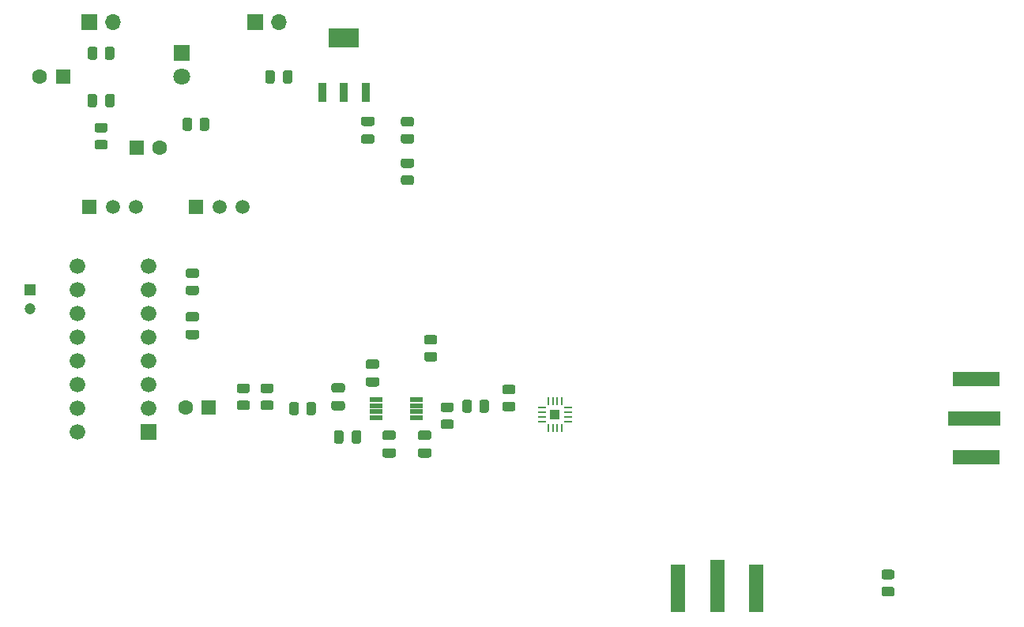
<source format=gbr>
%TF.GenerationSoftware,KiCad,Pcbnew,(5.1.8)-1*%
%TF.CreationDate,2021-03-17T23:27:18-07:00*%
%TF.ProjectId,coffee-vivaldi-tx,636f6666-6565-42d7-9669-76616c64692d,rev?*%
%TF.SameCoordinates,Original*%
%TF.FileFunction,Soldermask,Top*%
%TF.FilePolarity,Negative*%
%FSLAX46Y46*%
G04 Gerber Fmt 4.6, Leading zero omitted, Abs format (unit mm)*
G04 Created by KiCad (PCBNEW (5.1.8)-1) date 2021-03-17 23:27:18*
%MOMM*%
%LPD*%
G01*
G04 APERTURE LIST*
%ADD10C,1.676400*%
%ADD11R,1.676400X1.676400*%
%ADD12C,1.508000*%
%ADD13R,1.508000X1.508000*%
%ADD14R,1.420000X0.470000*%
%ADD15R,1.100000X1.100000*%
%ADD16R,0.840000X0.270000*%
%ADD17R,0.270000X0.840000*%
%ADD18R,1.600000X2.500000*%
%ADD19R,1.500000X5.600000*%
%ADD20R,2.500000X1.600000*%
%ADD21R,5.600000X1.500000*%
%ADD22O,1.700000X1.700000*%
%ADD23R,1.700000X1.700000*%
%ADD24R,1.800000X1.800000*%
%ADD25C,1.800000*%
%ADD26R,0.950000X2.150000*%
%ADD27R,3.250000X2.150000*%
%ADD28R,1.600000X1.600000*%
%ADD29C,1.600000*%
%ADD30R,1.200000X1.200000*%
%ADD31C,1.200000*%
G04 APERTURE END LIST*
%TO.C,C1*%
G36*
G01*
X140495000Y-103706000D02*
X141445000Y-103706000D01*
G75*
G02*
X141695000Y-103956000I0J-250000D01*
G01*
X141695000Y-104456000D01*
G75*
G02*
X141445000Y-104706000I-250000J0D01*
G01*
X140495000Y-104706000D01*
G75*
G02*
X140245000Y-104456000I0J250000D01*
G01*
X140245000Y-103956000D01*
G75*
G02*
X140495000Y-103706000I250000J0D01*
G01*
G37*
G36*
G01*
X140495000Y-105606000D02*
X141445000Y-105606000D01*
G75*
G02*
X141695000Y-105856000I0J-250000D01*
G01*
X141695000Y-106356000D01*
G75*
G02*
X141445000Y-106606000I-250000J0D01*
G01*
X140495000Y-106606000D01*
G75*
G02*
X140245000Y-106356000I0J250000D01*
G01*
X140245000Y-105856000D01*
G75*
G02*
X140495000Y-105606000I250000J0D01*
G01*
G37*
%TD*%
%TO.C,C2*%
G36*
G01*
X136070000Y-70391000D02*
X136070000Y-71341000D01*
G75*
G02*
X135820000Y-71591000I-250000J0D01*
G01*
X135320000Y-71591000D01*
G75*
G02*
X135070000Y-71341000I0J250000D01*
G01*
X135070000Y-70391000D01*
G75*
G02*
X135320000Y-70141000I250000J0D01*
G01*
X135820000Y-70141000D01*
G75*
G02*
X136070000Y-70391000I0J-250000D01*
G01*
G37*
G36*
G01*
X134170000Y-70391000D02*
X134170000Y-71341000D01*
G75*
G02*
X133920000Y-71591000I-250000J0D01*
G01*
X133420000Y-71591000D01*
G75*
G02*
X133170000Y-71341000I0J250000D01*
G01*
X133170000Y-70391000D01*
G75*
G02*
X133420000Y-70141000I250000J0D01*
G01*
X133920000Y-70141000D01*
G75*
G02*
X134170000Y-70391000I0J-250000D01*
G01*
G37*
%TD*%
%TO.C,C3*%
G36*
G01*
X143670000Y-75131000D02*
X144620000Y-75131000D01*
G75*
G02*
X144870000Y-75381000I0J-250000D01*
G01*
X144870000Y-75881000D01*
G75*
G02*
X144620000Y-76131000I-250000J0D01*
G01*
X143670000Y-76131000D01*
G75*
G02*
X143420000Y-75881000I0J250000D01*
G01*
X143420000Y-75381000D01*
G75*
G02*
X143670000Y-75131000I250000J0D01*
G01*
G37*
G36*
G01*
X143670000Y-77031000D02*
X144620000Y-77031000D01*
G75*
G02*
X144870000Y-77281000I0J-250000D01*
G01*
X144870000Y-77781000D01*
G75*
G02*
X144620000Y-78031000I-250000J0D01*
G01*
X143670000Y-78031000D01*
G75*
G02*
X143420000Y-77781000I0J250000D01*
G01*
X143420000Y-77281000D01*
G75*
G02*
X143670000Y-77031000I250000J0D01*
G01*
G37*
%TD*%
%TO.C,C4*%
G36*
G01*
X142436000Y-109949000D02*
X142436000Y-108999000D01*
G75*
G02*
X142686000Y-108749000I250000J0D01*
G01*
X143186000Y-108749000D01*
G75*
G02*
X143436000Y-108999000I0J-250000D01*
G01*
X143436000Y-109949000D01*
G75*
G02*
X143186000Y-110199000I-250000J0D01*
G01*
X142686000Y-110199000D01*
G75*
G02*
X142436000Y-109949000I0J250000D01*
G01*
G37*
G36*
G01*
X140536000Y-109949000D02*
X140536000Y-108999000D01*
G75*
G02*
X140786000Y-108749000I250000J0D01*
G01*
X141286000Y-108749000D01*
G75*
G02*
X141536000Y-108999000I0J-250000D01*
G01*
X141536000Y-109949000D01*
G75*
G02*
X141286000Y-110199000I-250000J0D01*
G01*
X140786000Y-110199000D01*
G75*
G02*
X140536000Y-109949000I0J250000D01*
G01*
G37*
%TD*%
%TO.C,C6*%
G36*
G01*
X145128000Y-102166000D02*
X144178000Y-102166000D01*
G75*
G02*
X143928000Y-101916000I0J250000D01*
G01*
X143928000Y-101416000D01*
G75*
G02*
X144178000Y-101166000I250000J0D01*
G01*
X145128000Y-101166000D01*
G75*
G02*
X145378000Y-101416000I0J-250000D01*
G01*
X145378000Y-101916000D01*
G75*
G02*
X145128000Y-102166000I-250000J0D01*
G01*
G37*
G36*
G01*
X145128000Y-104066000D02*
X144178000Y-104066000D01*
G75*
G02*
X143928000Y-103816000I0J250000D01*
G01*
X143928000Y-103316000D01*
G75*
G02*
X144178000Y-103066000I250000J0D01*
G01*
X145128000Y-103066000D01*
G75*
G02*
X145378000Y-103316000I0J-250000D01*
G01*
X145378000Y-103816000D01*
G75*
G02*
X145128000Y-104066000I-250000J0D01*
G01*
G37*
%TD*%
%TO.C,C9*%
G36*
G01*
X124874000Y-96086000D02*
X125824000Y-96086000D01*
G75*
G02*
X126074000Y-96336000I0J-250000D01*
G01*
X126074000Y-96836000D01*
G75*
G02*
X125824000Y-97086000I-250000J0D01*
G01*
X124874000Y-97086000D01*
G75*
G02*
X124624000Y-96836000I0J250000D01*
G01*
X124624000Y-96336000D01*
G75*
G02*
X124874000Y-96086000I250000J0D01*
G01*
G37*
G36*
G01*
X124874000Y-97986000D02*
X125824000Y-97986000D01*
G75*
G02*
X126074000Y-98236000I0J-250000D01*
G01*
X126074000Y-98736000D01*
G75*
G02*
X125824000Y-98986000I-250000J0D01*
G01*
X124874000Y-98986000D01*
G75*
G02*
X124624000Y-98736000I0J250000D01*
G01*
X124624000Y-98236000D01*
G75*
G02*
X124874000Y-97986000I250000J0D01*
G01*
G37*
%TD*%
%TO.C,C10*%
G36*
G01*
X115120000Y-72931000D02*
X115120000Y-73881000D01*
G75*
G02*
X114870000Y-74131000I-250000J0D01*
G01*
X114370000Y-74131000D01*
G75*
G02*
X114120000Y-73881000I0J250000D01*
G01*
X114120000Y-72931000D01*
G75*
G02*
X114370000Y-72681000I250000J0D01*
G01*
X114870000Y-72681000D01*
G75*
G02*
X115120000Y-72931000I0J-250000D01*
G01*
G37*
G36*
G01*
X117020000Y-72931000D02*
X117020000Y-73881000D01*
G75*
G02*
X116770000Y-74131000I-250000J0D01*
G01*
X116270000Y-74131000D01*
G75*
G02*
X116020000Y-73881000I0J250000D01*
G01*
X116020000Y-72931000D01*
G75*
G02*
X116270000Y-72681000I250000J0D01*
G01*
X116770000Y-72681000D01*
G75*
G02*
X117020000Y-72931000I0J-250000D01*
G01*
G37*
%TD*%
%TO.C,C11*%
G36*
G01*
X150716000Y-111686000D02*
X149766000Y-111686000D01*
G75*
G02*
X149516000Y-111436000I0J250000D01*
G01*
X149516000Y-110936000D01*
G75*
G02*
X149766000Y-110686000I250000J0D01*
G01*
X150716000Y-110686000D01*
G75*
G02*
X150966000Y-110936000I0J-250000D01*
G01*
X150966000Y-111436000D01*
G75*
G02*
X150716000Y-111686000I-250000J0D01*
G01*
G37*
G36*
G01*
X150716000Y-109786000D02*
X149766000Y-109786000D01*
G75*
G02*
X149516000Y-109536000I0J250000D01*
G01*
X149516000Y-109036000D01*
G75*
G02*
X149766000Y-108786000I250000J0D01*
G01*
X150716000Y-108786000D01*
G75*
G02*
X150966000Y-109036000I0J-250000D01*
G01*
X150966000Y-109536000D01*
G75*
G02*
X150716000Y-109786000I-250000J0D01*
G01*
G37*
%TD*%
%TO.C,C12*%
G36*
G01*
X146906000Y-109786000D02*
X145956000Y-109786000D01*
G75*
G02*
X145706000Y-109536000I0J250000D01*
G01*
X145706000Y-109036000D01*
G75*
G02*
X145956000Y-108786000I250000J0D01*
G01*
X146906000Y-108786000D01*
G75*
G02*
X147156000Y-109036000I0J-250000D01*
G01*
X147156000Y-109536000D01*
G75*
G02*
X146906000Y-109786000I-250000J0D01*
G01*
G37*
G36*
G01*
X146906000Y-111686000D02*
X145956000Y-111686000D01*
G75*
G02*
X145706000Y-111436000I0J250000D01*
G01*
X145706000Y-110936000D01*
G75*
G02*
X145956000Y-110686000I250000J0D01*
G01*
X146906000Y-110686000D01*
G75*
G02*
X147156000Y-110936000I0J-250000D01*
G01*
X147156000Y-111436000D01*
G75*
G02*
X146906000Y-111686000I-250000J0D01*
G01*
G37*
%TD*%
D10*
%TO.C,G1*%
X113030000Y-108966000D03*
X113030000Y-106426000D03*
X113030000Y-103886000D03*
X113030000Y-101346000D03*
X113030000Y-98806000D03*
X113030000Y-96266000D03*
X113030000Y-93726000D03*
X113030000Y-91186000D03*
X120650000Y-91186000D03*
X120650000Y-93726000D03*
X120650000Y-96266000D03*
X120650000Y-98806000D03*
X120650000Y-101346000D03*
X120650000Y-103886000D03*
X120650000Y-106426000D03*
D11*
X120650000Y-108966000D03*
%TD*%
%TO.C,R1*%
G36*
G01*
X114145000Y-68776002D02*
X114145000Y-67875998D01*
G75*
G02*
X114394998Y-67626000I249998J0D01*
G01*
X114920002Y-67626000D01*
G75*
G02*
X115170000Y-67875998I0J-249998D01*
G01*
X115170000Y-68776002D01*
G75*
G02*
X114920002Y-69026000I-249998J0D01*
G01*
X114394998Y-69026000D01*
G75*
G02*
X114145000Y-68776002I0J249998D01*
G01*
G37*
G36*
G01*
X115970000Y-68776002D02*
X115970000Y-67875998D01*
G75*
G02*
X116219998Y-67626000I249998J0D01*
G01*
X116745002Y-67626000D01*
G75*
G02*
X116995000Y-67875998I0J-249998D01*
G01*
X116995000Y-68776002D01*
G75*
G02*
X116745002Y-69026000I-249998J0D01*
G01*
X116219998Y-69026000D01*
G75*
G02*
X115970000Y-68776002I0J249998D01*
G01*
G37*
%TD*%
%TO.C,R3*%
G36*
G01*
X135735000Y-106876002D02*
X135735000Y-105975998D01*
G75*
G02*
X135984998Y-105726000I249998J0D01*
G01*
X136510002Y-105726000D01*
G75*
G02*
X136760000Y-105975998I0J-249998D01*
G01*
X136760000Y-106876002D01*
G75*
G02*
X136510002Y-107126000I-249998J0D01*
G01*
X135984998Y-107126000D01*
G75*
G02*
X135735000Y-106876002I0J249998D01*
G01*
G37*
G36*
G01*
X137560000Y-106876002D02*
X137560000Y-105975998D01*
G75*
G02*
X137809998Y-105726000I249998J0D01*
G01*
X138335002Y-105726000D01*
G75*
G02*
X138585000Y-105975998I0J-249998D01*
G01*
X138585000Y-106876002D01*
G75*
G02*
X138335002Y-107126000I-249998J0D01*
G01*
X137809998Y-107126000D01*
G75*
G02*
X137560000Y-106876002I0J249998D01*
G01*
G37*
%TD*%
%TO.C,R4*%
G36*
G01*
X150436915Y-100354458D02*
X151336919Y-100354458D01*
G75*
G02*
X151586917Y-100604456I0J-249998D01*
G01*
X151586917Y-101129460D01*
G75*
G02*
X151336919Y-101379458I-249998J0D01*
G01*
X150436915Y-101379458D01*
G75*
G02*
X150186917Y-101129460I0J249998D01*
G01*
X150186917Y-100604456D01*
G75*
G02*
X150436915Y-100354458I249998J0D01*
G01*
G37*
G36*
G01*
X150436915Y-98529458D02*
X151336919Y-98529458D01*
G75*
G02*
X151586917Y-98779456I0J-249998D01*
G01*
X151586917Y-99304460D01*
G75*
G02*
X151336919Y-99554458I-249998J0D01*
G01*
X150436915Y-99554458D01*
G75*
G02*
X150186917Y-99304460I0J249998D01*
G01*
X150186917Y-98779456D01*
G75*
G02*
X150436915Y-98529458I249998J0D01*
G01*
G37*
%TD*%
%TO.C,R5*%
G36*
G01*
X148847526Y-78006000D02*
X147947522Y-78006000D01*
G75*
G02*
X147697524Y-77756002I0J249998D01*
G01*
X147697524Y-77230998D01*
G75*
G02*
X147947522Y-76981000I249998J0D01*
G01*
X148847526Y-76981000D01*
G75*
G02*
X149097524Y-77230998I0J-249998D01*
G01*
X149097524Y-77756002D01*
G75*
G02*
X148847526Y-78006000I-249998J0D01*
G01*
G37*
G36*
G01*
X148847526Y-76181000D02*
X147947522Y-76181000D01*
G75*
G02*
X147697524Y-75931002I0J249998D01*
G01*
X147697524Y-75405998D01*
G75*
G02*
X147947522Y-75156000I249998J0D01*
G01*
X148847526Y-75156000D01*
G75*
G02*
X149097524Y-75405998I0J-249998D01*
G01*
X149097524Y-75931002D01*
G75*
G02*
X148847526Y-76181000I-249998J0D01*
G01*
G37*
%TD*%
%TO.C,R6*%
G36*
G01*
X148847526Y-82451000D02*
X147947522Y-82451000D01*
G75*
G02*
X147697524Y-82201002I0J249998D01*
G01*
X147697524Y-81675998D01*
G75*
G02*
X147947522Y-81426000I249998J0D01*
G01*
X148847526Y-81426000D01*
G75*
G02*
X149097524Y-81675998I0J-249998D01*
G01*
X149097524Y-82201002D01*
G75*
G02*
X148847526Y-82451000I-249998J0D01*
G01*
G37*
G36*
G01*
X148847526Y-80626000D02*
X147947522Y-80626000D01*
G75*
G02*
X147697524Y-80376002I0J249998D01*
G01*
X147697524Y-79850998D01*
G75*
G02*
X147947522Y-79601000I249998J0D01*
G01*
X148847526Y-79601000D01*
G75*
G02*
X149097524Y-79850998I0J-249998D01*
G01*
X149097524Y-80376002D01*
G75*
G02*
X148847526Y-80626000I-249998J0D01*
G01*
G37*
%TD*%
%TO.C,R7*%
G36*
G01*
X116020002Y-76816000D02*
X115119998Y-76816000D01*
G75*
G02*
X114870000Y-76566002I0J249998D01*
G01*
X114870000Y-76040998D01*
G75*
G02*
X115119998Y-75791000I249998J0D01*
G01*
X116020002Y-75791000D01*
G75*
G02*
X116270000Y-76040998I0J-249998D01*
G01*
X116270000Y-76566002D01*
G75*
G02*
X116020002Y-76816000I-249998J0D01*
G01*
G37*
G36*
G01*
X116020002Y-78641000D02*
X115119998Y-78641000D01*
G75*
G02*
X114870000Y-78391002I0J249998D01*
G01*
X114870000Y-77865998D01*
G75*
G02*
X115119998Y-77616000I249998J0D01*
G01*
X116020002Y-77616000D01*
G75*
G02*
X116270000Y-77865998I0J-249998D01*
G01*
X116270000Y-78391002D01*
G75*
G02*
X116020002Y-78641000I-249998J0D01*
G01*
G37*
%TD*%
%TO.C,R9*%
G36*
G01*
X127155000Y-75495998D02*
X127155000Y-76396002D01*
G75*
G02*
X126905002Y-76646000I-249998J0D01*
G01*
X126379998Y-76646000D01*
G75*
G02*
X126130000Y-76396002I0J249998D01*
G01*
X126130000Y-75495998D01*
G75*
G02*
X126379998Y-75246000I249998J0D01*
G01*
X126905002Y-75246000D01*
G75*
G02*
X127155000Y-75495998I0J-249998D01*
G01*
G37*
G36*
G01*
X125330000Y-75495998D02*
X125330000Y-76396002D01*
G75*
G02*
X125080002Y-76646000I-249998J0D01*
G01*
X124554998Y-76646000D01*
G75*
G02*
X124305000Y-76396002I0J249998D01*
G01*
X124305000Y-75495998D01*
G75*
G02*
X124554998Y-75246000I249998J0D01*
G01*
X125080002Y-75246000D01*
G75*
G02*
X125330000Y-75495998I0J-249998D01*
G01*
G37*
%TD*%
%TO.C,R10*%
G36*
G01*
X131260002Y-104756000D02*
X130359998Y-104756000D01*
G75*
G02*
X130110000Y-104506002I0J249998D01*
G01*
X130110000Y-103980998D01*
G75*
G02*
X130359998Y-103731000I249998J0D01*
G01*
X131260002Y-103731000D01*
G75*
G02*
X131510000Y-103980998I0J-249998D01*
G01*
X131510000Y-104506002D01*
G75*
G02*
X131260002Y-104756000I-249998J0D01*
G01*
G37*
G36*
G01*
X131260002Y-106581000D02*
X130359998Y-106581000D01*
G75*
G02*
X130110000Y-106331002I0J249998D01*
G01*
X130110000Y-105805998D01*
G75*
G02*
X130359998Y-105556000I249998J0D01*
G01*
X131260002Y-105556000D01*
G75*
G02*
X131510000Y-105805998I0J-249998D01*
G01*
X131510000Y-106331002D01*
G75*
G02*
X131260002Y-106581000I-249998J0D01*
G01*
G37*
%TD*%
%TO.C,R11*%
G36*
G01*
X132899998Y-103731000D02*
X133800002Y-103731000D01*
G75*
G02*
X134050000Y-103980998I0J-249998D01*
G01*
X134050000Y-104506002D01*
G75*
G02*
X133800002Y-104756000I-249998J0D01*
G01*
X132899998Y-104756000D01*
G75*
G02*
X132650000Y-104506002I0J249998D01*
G01*
X132650000Y-103980998D01*
G75*
G02*
X132899998Y-103731000I249998J0D01*
G01*
G37*
G36*
G01*
X132899998Y-105556000D02*
X133800002Y-105556000D01*
G75*
G02*
X134050000Y-105805998I0J-249998D01*
G01*
X134050000Y-106331002D01*
G75*
G02*
X133800002Y-106581000I-249998J0D01*
G01*
X132899998Y-106581000D01*
G75*
G02*
X132650000Y-106331002I0J249998D01*
G01*
X132650000Y-105805998D01*
G75*
G02*
X132899998Y-105556000I249998J0D01*
G01*
G37*
%TD*%
%TO.C,R12*%
G36*
G01*
X152203998Y-105763000D02*
X153104002Y-105763000D01*
G75*
G02*
X153354000Y-106012998I0J-249998D01*
G01*
X153354000Y-106538002D01*
G75*
G02*
X153104002Y-106788000I-249998J0D01*
G01*
X152203998Y-106788000D01*
G75*
G02*
X151954000Y-106538002I0J249998D01*
G01*
X151954000Y-106012998D01*
G75*
G02*
X152203998Y-105763000I249998J0D01*
G01*
G37*
G36*
G01*
X152203998Y-107588000D02*
X153104002Y-107588000D01*
G75*
G02*
X153354000Y-107837998I0J-249998D01*
G01*
X153354000Y-108363002D01*
G75*
G02*
X153104002Y-108613000I-249998J0D01*
G01*
X152203998Y-108613000D01*
G75*
G02*
X151954000Y-108363002I0J249998D01*
G01*
X151954000Y-107837998D01*
G75*
G02*
X152203998Y-107588000I249998J0D01*
G01*
G37*
%TD*%
%TO.C,R13*%
G36*
G01*
X155302000Y-105721998D02*
X155302000Y-106622002D01*
G75*
G02*
X155052002Y-106872000I-249998J0D01*
G01*
X154526998Y-106872000D01*
G75*
G02*
X154277000Y-106622002I0J249998D01*
G01*
X154277000Y-105721998D01*
G75*
G02*
X154526998Y-105472000I249998J0D01*
G01*
X155052002Y-105472000D01*
G75*
G02*
X155302000Y-105721998I0J-249998D01*
G01*
G37*
G36*
G01*
X157127000Y-105721998D02*
X157127000Y-106622002D01*
G75*
G02*
X156877002Y-106872000I-249998J0D01*
G01*
X156351998Y-106872000D01*
G75*
G02*
X156102000Y-106622002I0J249998D01*
G01*
X156102000Y-105721998D01*
G75*
G02*
X156351998Y-105472000I249998J0D01*
G01*
X156877002Y-105472000D01*
G75*
G02*
X157127000Y-105721998I0J-249998D01*
G01*
G37*
%TD*%
%TO.C,R14*%
G36*
G01*
X125799002Y-92437000D02*
X124898998Y-92437000D01*
G75*
G02*
X124649000Y-92187002I0J249998D01*
G01*
X124649000Y-91661998D01*
G75*
G02*
X124898998Y-91412000I249998J0D01*
G01*
X125799002Y-91412000D01*
G75*
G02*
X126049000Y-91661998I0J-249998D01*
G01*
X126049000Y-92187002D01*
G75*
G02*
X125799002Y-92437000I-249998J0D01*
G01*
G37*
G36*
G01*
X125799002Y-94262000D02*
X124898998Y-94262000D01*
G75*
G02*
X124649000Y-94012002I0J249998D01*
G01*
X124649000Y-93486998D01*
G75*
G02*
X124898998Y-93237000I249998J0D01*
G01*
X125799002Y-93237000D01*
G75*
G02*
X126049000Y-93486998I0J-249998D01*
G01*
X126049000Y-94012002D01*
G75*
G02*
X125799002Y-94262000I-249998J0D01*
G01*
G37*
%TD*%
%TO.C,R15*%
G36*
G01*
X159708002Y-104883000D02*
X158807998Y-104883000D01*
G75*
G02*
X158558000Y-104633002I0J249998D01*
G01*
X158558000Y-104107998D01*
G75*
G02*
X158807998Y-103858000I249998J0D01*
G01*
X159708002Y-103858000D01*
G75*
G02*
X159958000Y-104107998I0J-249998D01*
G01*
X159958000Y-104633002D01*
G75*
G02*
X159708002Y-104883000I-249998J0D01*
G01*
G37*
G36*
G01*
X159708002Y-106708000D02*
X158807998Y-106708000D01*
G75*
G02*
X158558000Y-106458002I0J249998D01*
G01*
X158558000Y-105932998D01*
G75*
G02*
X158807998Y-105683000I249998J0D01*
G01*
X159708002Y-105683000D01*
G75*
G02*
X159958000Y-105932998I0J-249998D01*
G01*
X159958000Y-106458002D01*
G75*
G02*
X159708002Y-106708000I-249998J0D01*
G01*
G37*
%TD*%
D12*
%TO.C,RV2*%
X119340000Y-84836000D03*
X116840000Y-84836000D03*
D13*
X114340000Y-84836000D03*
%TD*%
%TO.C,RV3*%
X125770000Y-84836000D03*
D12*
X128270000Y-84836000D03*
X130770000Y-84836000D03*
%TD*%
D14*
%TO.C,U1*%
X149358000Y-105451000D03*
X149358000Y-106101000D03*
X149358000Y-106751000D03*
X149358000Y-107401000D03*
X145028000Y-107401000D03*
X145028000Y-106751000D03*
X145028000Y-106101000D03*
X145028000Y-105451000D03*
%TD*%
D15*
%TO.C,U2*%
X164211000Y-107061000D03*
D16*
X165646000Y-106311000D03*
X165646000Y-106811000D03*
X165646000Y-107311000D03*
X165646000Y-107811000D03*
X162776000Y-107811000D03*
X162776000Y-107311000D03*
X162776000Y-106811000D03*
X162776000Y-106311000D03*
D17*
X163461000Y-105626000D03*
X163961000Y-105626000D03*
X164461000Y-105626000D03*
X164961000Y-105626000D03*
X164961000Y-108496000D03*
X164461000Y-108496000D03*
X163961000Y-108496000D03*
X163461000Y-108496000D03*
%TD*%
D18*
%TO.C,U3*%
X185783864Y-124443194D03*
X185783864Y-126943194D03*
X177383864Y-124443194D03*
D19*
X181583864Y-125443194D03*
D18*
X177383864Y-126943194D03*
%TD*%
D20*
%TO.C,U4*%
X210599118Y-111681376D03*
D21*
X209099118Y-107481376D03*
D20*
X208099118Y-111681376D03*
X210599118Y-103281376D03*
X208099118Y-103281376D03*
%TD*%
D22*
%TO.C,BT1*%
X116840000Y-65024000D03*
D23*
X114300000Y-65024000D03*
%TD*%
%TO.C,BT2*%
X132080000Y-65024000D03*
D22*
X134620000Y-65024000D03*
%TD*%
D24*
%TO.C,D1*%
X124206000Y-68326000D03*
D25*
X124206000Y-70866000D03*
%TD*%
D26*
%TO.C,VR1*%
X139305000Y-72496000D03*
X141605000Y-72496000D03*
X143905000Y-72496000D03*
D27*
X141605000Y-66696000D03*
%TD*%
D28*
%TO.C,C5*%
X119380000Y-78486000D03*
D29*
X121880000Y-78486000D03*
%TD*%
%TO.C,C7*%
X124627000Y-106299000D03*
D28*
X127127000Y-106299000D03*
%TD*%
%TO.C,C8*%
X111506000Y-70866000D03*
D29*
X109006000Y-70866000D03*
%TD*%
D30*
%TO.C,C13*%
X107950000Y-93726000D03*
D31*
X107950000Y-95726000D03*
%TD*%
%TO.C,R16*%
G36*
G01*
X199438014Y-123705151D02*
X200338018Y-123705151D01*
G75*
G02*
X200588016Y-123955149I0J-249998D01*
G01*
X200588016Y-124480153D01*
G75*
G02*
X200338018Y-124730151I-249998J0D01*
G01*
X199438014Y-124730151D01*
G75*
G02*
X199188016Y-124480153I0J249998D01*
G01*
X199188016Y-123955149D01*
G75*
G02*
X199438014Y-123705151I249998J0D01*
G01*
G37*
G36*
G01*
X199438014Y-125530151D02*
X200338018Y-125530151D01*
G75*
G02*
X200588016Y-125780149I0J-249998D01*
G01*
X200588016Y-126305153D01*
G75*
G02*
X200338018Y-126555151I-249998J0D01*
G01*
X199438014Y-126555151D01*
G75*
G02*
X199188016Y-126305153I0J249998D01*
G01*
X199188016Y-125780149D01*
G75*
G02*
X199438014Y-125530151I249998J0D01*
G01*
G37*
%TD*%
M02*

</source>
